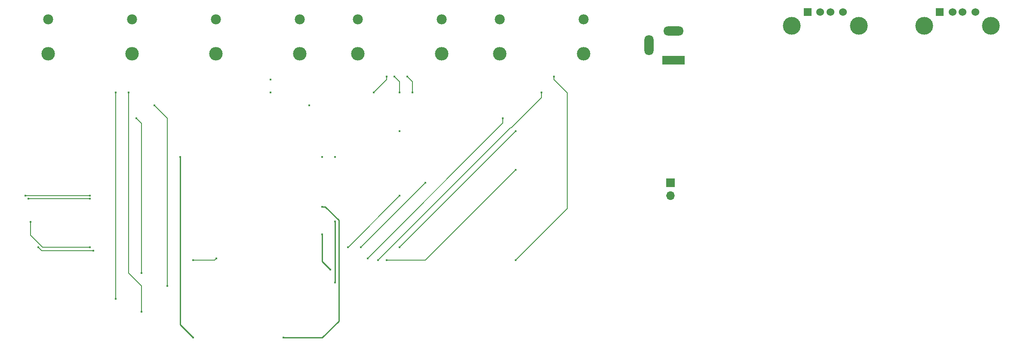
<source format=gbr>
%TF.GenerationSoftware,KiCad,Pcbnew,7.0.2*%
%TF.CreationDate,2023-08-06T23:13:36-03:00*%
%TF.ProjectId,KVM Project,4b564d20-5072-46f6-9a65-63742e6b6963,rev?*%
%TF.SameCoordinates,Original*%
%TF.FileFunction,Copper,L4,Bot*%
%TF.FilePolarity,Positive*%
%FSLAX46Y46*%
G04 Gerber Fmt 4.6, Leading zero omitted, Abs format (unit mm)*
G04 Created by KiCad (PCBNEW 7.0.2) date 2023-08-06 23:13:36*
%MOMM*%
%LPD*%
G01*
G04 APERTURE LIST*
%TA.AperFunction,ComponentPad*%
%ADD10R,1.700000X1.700000*%
%TD*%
%TA.AperFunction,ComponentPad*%
%ADD11O,1.700000X1.700000*%
%TD*%
%TA.AperFunction,ComponentPad*%
%ADD12R,4.400000X1.800000*%
%TD*%
%TA.AperFunction,ComponentPad*%
%ADD13O,4.000000X1.800000*%
%TD*%
%TA.AperFunction,ComponentPad*%
%ADD14O,1.800000X4.000000*%
%TD*%
%TA.AperFunction,ComponentPad*%
%ADD15C,2.660000*%
%TD*%
%TA.AperFunction,ComponentPad*%
%ADD16C,1.982000*%
%TD*%
%TA.AperFunction,ComponentPad*%
%ADD17R,1.524000X1.524000*%
%TD*%
%TA.AperFunction,ComponentPad*%
%ADD18C,1.524000*%
%TD*%
%TA.AperFunction,ComponentPad*%
%ADD19C,3.500000*%
%TD*%
%TA.AperFunction,ViaPad*%
%ADD20C,0.400000*%
%TD*%
%TA.AperFunction,Conductor*%
%ADD21C,0.200000*%
%TD*%
%TA.AperFunction,Conductor*%
%ADD22C,0.250000*%
%TD*%
G04 APERTURE END LIST*
D10*
%TO.P,PWR1,1,Pin_1*%
%TO.N,Net-(D13-A)*%
X172720000Y-86360000D03*
D11*
%TO.P,PWR1,2,Pin_2*%
%TO.N,GND*%
X172720000Y-88900000D03*
%TD*%
D12*
%TO.P,PWR2,1*%
%TO.N,Net-(D11-A)*%
X173320000Y-62230000D03*
D13*
%TO.P,PWR2,2*%
%TO.N,GND*%
X173320000Y-56430000D03*
D14*
%TO.P,PWR2,3*%
X168520000Y-59230000D03*
%TD*%
D15*
%TO.P,DP_IN1,MH1,MH1*%
%TO.N,unconnected-(DP_IN1-PadMH1)*%
X99690000Y-60900000D03*
D16*
%TO.P,DP_IN1,MH2,MH2*%
%TO.N,unconnected-(DP_IN1-PadMH2)*%
X99690000Y-54120000D03*
%TO.P,DP_IN1,MH3,MH3*%
%TO.N,unconnected-(DP_IN1-PadMH3)*%
X83190000Y-54120000D03*
D15*
%TO.P,DP_IN1,MH4,MH4*%
%TO.N,unconnected-(DP_IN1-PadMH4)*%
X83190000Y-60900000D03*
%TD*%
%TO.P,DP_IN3,MH1,MH1*%
%TO.N,unconnected-(DP_IN3-PadMH1)*%
X155570000Y-60900000D03*
D16*
%TO.P,DP_IN3,MH2,MH2*%
%TO.N,unconnected-(DP_IN3-PadMH2)*%
X155570000Y-54120000D03*
%TO.P,DP_IN3,MH3,MH3*%
%TO.N,unconnected-(DP_IN3-PadMH3)*%
X139070000Y-54120000D03*
D15*
%TO.P,DP_IN3,MH4,MH4*%
%TO.N,unconnected-(DP_IN3-PadMH4)*%
X139070000Y-60900000D03*
%TD*%
%TO.P,DP_IN2,MH1,MH1*%
%TO.N,unconnected-(DP_IN2-PadMH1)*%
X127630000Y-60900000D03*
D16*
%TO.P,DP_IN2,MH2,MH2*%
%TO.N,unconnected-(DP_IN2-PadMH2)*%
X127630000Y-54120000D03*
%TO.P,DP_IN2,MH3,MH3*%
%TO.N,unconnected-(DP_IN2-PadMH3)*%
X111130000Y-54120000D03*
D15*
%TO.P,DP_IN2,MH4,MH4*%
%TO.N,unconnected-(DP_IN2-PadMH4)*%
X111130000Y-60900000D03*
%TD*%
%TO.P,DP_OUT1,MH1,MH1*%
%TO.N,unconnected-(DP_OUT1-PadMH1)*%
X66670000Y-60900000D03*
D16*
%TO.P,DP_OUT1,MH2,MH2*%
%TO.N,unconnected-(DP_OUT1-PadMH2)*%
X66670000Y-54120000D03*
%TO.P,DP_OUT1,MH3,MH3*%
%TO.N,unconnected-(DP_OUT1-PadMH3)*%
X50170000Y-54120000D03*
D15*
%TO.P,DP_OUT1,MH4,MH4*%
%TO.N,unconnected-(DP_OUT1-PadMH4)*%
X50170000Y-60900000D03*
%TD*%
D17*
%TO.P,USB_OUT1,1,VBUS*%
%TO.N,unconnected-(USB_OUT1-VBUS-Pad1)*%
X199700000Y-52692500D03*
D18*
%TO.P,USB_OUT1,2,D-*%
%TO.N,/USB Switch/OUTPUT_DATA-*%
X202200000Y-52692500D03*
%TO.P,USB_OUT1,3,D+*%
%TO.N,/USB Switch/OUTPUT_DATA+*%
X204200000Y-52692500D03*
%TO.P,USB_OUT1,4,GND*%
%TO.N,GND*%
X206700000Y-52692500D03*
D19*
%TO.P,USB_OUT1,5,Shield*%
X196630000Y-55402500D03*
X209770000Y-55402500D03*
%TD*%
D17*
%TO.P,USB_IN1,1,VBUS*%
%TO.N,unconnected-(USB_IN1-VBUS-Pad1)*%
X225720000Y-52692500D03*
D18*
%TO.P,USB_IN1,2,D-*%
%TO.N,/USB Switch/INPUT_DATA-*%
X228220000Y-52692500D03*
%TO.P,USB_IN1,3,D+*%
%TO.N,/USB Switch/INPUT_DATA+*%
X230220000Y-52692500D03*
%TO.P,USB_IN1,4,GND*%
%TO.N,GND*%
X232720000Y-52692500D03*
D19*
%TO.P,USB_IN1,5,Shield*%
X222650000Y-55402500D03*
X235790000Y-55402500D03*
%TD*%
D20*
%TO.N,/Display_1/DPIN1_AUX+*%
X93980000Y-68580000D03*
X104140000Y-81280000D03*
%TO.N,/Display_1/DPIN1_AUX-*%
X93980000Y-66040000D03*
X106680000Y-81280000D03*
%TO.N,/Display_1/DPIN1_HPD*%
X119380000Y-76200000D03*
X101600000Y-71120000D03*
%TO.N,/Display_1/DPIN2_D2+*%
X116840000Y-65420000D03*
X114300000Y-68580000D03*
%TO.N,/Display_1/DPIN2_D3+*%
X118380000Y-65420000D03*
X119380000Y-68580000D03*
%TO.N,/Display_1/DPIN2_AUX+*%
X121920000Y-68580000D03*
X120880000Y-65420000D03*
%TO.N,/Display_1/DPIN3_D1+*%
X119380000Y-88900000D03*
X109220000Y-99005500D03*
%TO.N,/Display_1/DPIN3_D1-*%
X124460000Y-86360000D03*
X111760000Y-99060000D03*
%TO.N,/Display_1/DPIN3_D2+*%
X139700000Y-73660000D03*
X113075997Y-101205000D03*
%TO.N,/Display_1/DPIN3_D2-*%
X119380000Y-99060000D03*
X142240000Y-76200000D03*
%TO.N,/Display_1/DPIN3_D3+*%
X116840000Y-101600000D03*
X142240000Y-83820000D03*
%TO.N,/Display_1/DPIN3_D3-*%
X115130097Y-101599404D03*
X147320000Y-68580000D03*
%TO.N,/Display_1/DPIN3_AUX-*%
X149795500Y-65420000D03*
X142240000Y-101600000D03*
%TO.N,/Display_1/DPOUT_D0+*%
X45720000Y-88900000D03*
X58420000Y-88900000D03*
%TO.N,/Display_1/DPOUT_D0-*%
X46320500Y-89479321D03*
X58420000Y-89499503D03*
%TO.N,/Display_1/DPOUT_D1+*%
X58420000Y-99060000D03*
X46720500Y-94028864D03*
%TO.N,/Display_1/DPOUT_D1-*%
X48260000Y-99060000D03*
X59065000Y-99705000D03*
%TO.N,/Display_1/DPOUT_D2-*%
X78740000Y-101600000D03*
X83343573Y-101204500D03*
%TO.N,/Display_1/DPOUT_D3+*%
X68580000Y-104140000D03*
X67590498Y-73652950D03*
%TO.N,/Display_1/DPOUT_D3-*%
X71120000Y-71120000D03*
X73660000Y-106680000D03*
%TO.N,/Display_1/DPOUT_AUX+*%
X63500000Y-68580000D03*
X63500000Y-109220000D03*
%TO.N,/Display_1/DPOUT_AUX-*%
X68580000Y-111760000D03*
X66040000Y-68580000D03*
%TO.N,/Display_1/DPOUT_HPD*%
X78740000Y-116840000D03*
X76200000Y-81280000D03*
%TO.N,Net-(S1-AUX_C+)*%
X105745000Y-103404500D03*
X104140000Y-96520000D03*
%TO.N,Net-(S1-AUX_C-)*%
X106680000Y-93980000D03*
X106680000Y-105980500D03*
%TO.N,Net-(S1-HPD_C)*%
X96520000Y-116840000D03*
X104140000Y-91029500D03*
%TD*%
D21*
%TO.N,/Display_1/DPIN2_D2+*%
X116840000Y-66040000D02*
X116840000Y-65420000D01*
X116840000Y-66040000D02*
X114300000Y-68580000D01*
%TO.N,/Display_1/DPIN2_D3+*%
X118380000Y-65420000D02*
X119380000Y-66420000D01*
X119380000Y-66420000D02*
X119380000Y-68580000D01*
%TO.N,/Display_1/DPIN2_AUX+*%
X121920000Y-68580000D02*
X121920000Y-66460000D01*
X121920000Y-66460000D02*
X120880000Y-65420000D01*
%TO.N,/Display_1/DPIN3_D1+*%
X109274500Y-99005500D02*
X119380000Y-88900000D01*
X109220000Y-99005500D02*
X109274500Y-99005500D01*
%TO.N,/Display_1/DPIN3_D1-*%
X111760000Y-99060000D02*
X124460000Y-86360000D01*
%TO.N,/Display_1/DPIN3_D2+*%
X139700000Y-74580997D02*
X113075997Y-101205000D01*
X139700000Y-73660000D02*
X139700000Y-74580997D01*
%TO.N,/Display_1/DPIN3_D2-*%
X119380000Y-99060000D02*
X142240000Y-76200000D01*
%TO.N,/Display_1/DPIN3_D3+*%
X116840000Y-101600000D02*
X124460000Y-101600000D01*
X124460000Y-101600000D02*
X142240000Y-83820000D01*
%TO.N,/Display_1/DPIN3_D3-*%
X141229500Y-75500000D02*
X141389950Y-75500000D01*
X147320000Y-69569950D02*
X147320000Y-68580000D01*
X141389950Y-75500000D02*
X147320000Y-69569950D01*
X115130097Y-101599404D02*
X141229500Y-75500000D01*
%TO.N,/Display_1/DPIN3_AUX-*%
X149795500Y-65420000D02*
X149795500Y-66040000D01*
X152400000Y-91440000D02*
X142240000Y-101600000D01*
X149795500Y-66040000D02*
X152400000Y-68644500D01*
X152400000Y-68644500D02*
X152400000Y-91440000D01*
%TO.N,/Display_1/DPOUT_D0+*%
X58420000Y-88900000D02*
X45720000Y-88900000D01*
%TO.N,/Display_1/DPOUT_D0-*%
X56479503Y-89499503D02*
X56459321Y-89479321D01*
X56459321Y-89479321D02*
X46320500Y-89479321D01*
X56479503Y-89499503D02*
X58420000Y-89499503D01*
%TO.N,/Display_1/DPOUT_D1+*%
X46720500Y-94028864D02*
X46720500Y-96655042D01*
X46720500Y-96655042D02*
X49125458Y-99060000D01*
X49125458Y-99060000D02*
X58420000Y-99060000D01*
%TO.N,/Display_1/DPOUT_D1-*%
X48908392Y-99708392D02*
X59061608Y-99708392D01*
X59061608Y-99708392D02*
X59065000Y-99705000D01*
X48260000Y-99060000D02*
X48908392Y-99708392D01*
%TO.N,/Display_1/DPOUT_D2-*%
X82948073Y-101600000D02*
X83343573Y-101204500D01*
X78740000Y-101600000D02*
X82948073Y-101600000D01*
%TO.N,/Display_1/DPOUT_D3+*%
X68580000Y-74642452D02*
X67590498Y-73652950D01*
X68580000Y-104140000D02*
X68580000Y-74642452D01*
%TO.N,/Display_1/DPOUT_D3-*%
X73660000Y-73660000D02*
X71120000Y-71120000D01*
X73660000Y-106680000D02*
X73660000Y-73660000D01*
%TO.N,/Display_1/DPOUT_AUX+*%
X63500000Y-106680000D02*
X63500000Y-109220000D01*
X63500000Y-68580000D02*
X63500000Y-106680000D01*
%TO.N,/Display_1/DPOUT_AUX-*%
X68580000Y-106680000D02*
X68580000Y-111760000D01*
X66040000Y-68580000D02*
X66040000Y-104140000D01*
X66040000Y-104140000D02*
X68580000Y-106680000D01*
D22*
%TO.N,/Display_1/DPOUT_HPD*%
X76200000Y-81280000D02*
X76200000Y-114300000D01*
X76200000Y-114300000D02*
X78740000Y-116840000D01*
%TO.N,Net-(S1-AUX_C+)*%
X104140000Y-101799500D02*
X105745000Y-103404500D01*
X104140000Y-96520000D02*
X104140000Y-101799500D01*
%TO.N,Net-(S1-AUX_C-)*%
X106680000Y-93980000D02*
X106680000Y-105980500D01*
%TO.N,Net-(S1-HPD_C)*%
X107405000Y-93679695D02*
X107405000Y-113575000D01*
X107405000Y-113575000D02*
X104140000Y-116840000D01*
X104140000Y-91029500D02*
X104754805Y-91029500D01*
X104754805Y-91029500D02*
X107405000Y-93679695D01*
X104140000Y-116840000D02*
X96520000Y-116840000D01*
%TD*%
M02*

</source>
